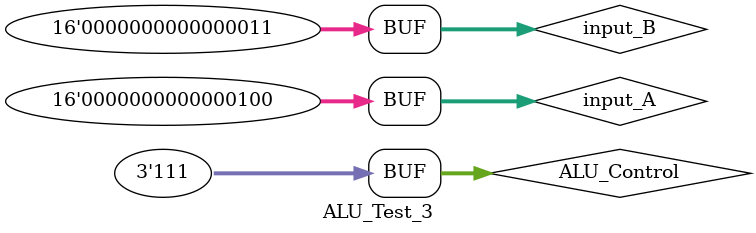
<source format=v>
`timescale 1ns / 1ps


module ALU_Test_3;

	// Inputs
	reg [15:0] input_A;
	reg [15:0] input_B;
	reg [2:0] ALU_Control;

	// Outputs
	wire [15:0] Result;
	wire Zero;

	// Instantiate the Unit Under Test (UUT)
	ALU uut (
		.input_A(input_A), 
		.input_B(input_B), 
		.ALU_Control(ALU_Control), 
		.Result(Result), 
		.Zero(Zero)
	);
	initial begin
		// Initialize Inputs
		
		// ADD
		input_A = 10;
		input_B = 20;
		ALU_Control = 0;

		// Wait 100 ns for global reset to finish
		#100;
		if(Result == 30) $display("Correct ADD");
		else  $display("Wrong ADD ");
		
		
		// SUB
		input_A = 15;
		input_B = 10;
		ALU_Control = 1;
		

		#100
		if(Result == 5 ) $display("Correct SUB ");
		else $display("Wrong SUB ");


      // NOT
		input_A = 1;
		input_B = 20;
		ALU_Control = 2;
		
		#100
		if(Result == 65534) $display("Correct NOT");
		else $display("Wrong NOT");
			
		//LSL
		input_A = 2;
		input_B = 1;
		ALU_Control = 3;
		
		#100
		if(Result == 4) $display("Correct LSL");
		else $display("Wrong LSL");
		
		
		//LSR
		input_A = 4;
		input_B = 1;
		ALU_Control = 4;
		
		#100
		if(Result==2) $display("Correct  LSR");
		else $display("Wrong LSR");
		
		//AND
		input_A = 6;
		input_B = 2;
		ALU_Control = 5;
		
		#100
		if(Result == 2) $display("Correct  AND");
		else $display("Wrong AND");
		
		//OR
		input_A = 6;
		input_B = 2;
		ALU_Control = 6;
		
		#100
		if(Result == 6) $display("Correct OR");
		else $display("Wrong OR");


		//OR
		input_A=4;
		input_B=3;
		ALU_Control = 7;
		
		#100
		if(Result==1) $display("input_A is less than input_B");
		if(Result==0) $display("input_A is more than or equal input_B");
		// Add stimulus here
		

	end

	
endmodule


</source>
